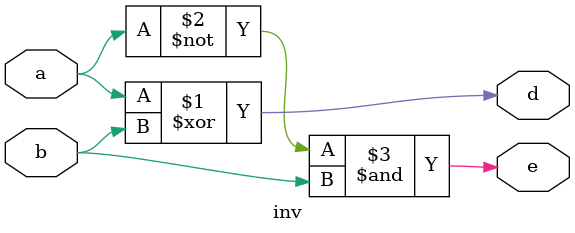
<source format=v>
`timescale 1ns / 1ps


module inv(
    input a, b,
    output d, e
    );
    assign d = a^b;
    assign e = (~a)&b;
endmodule

</source>
